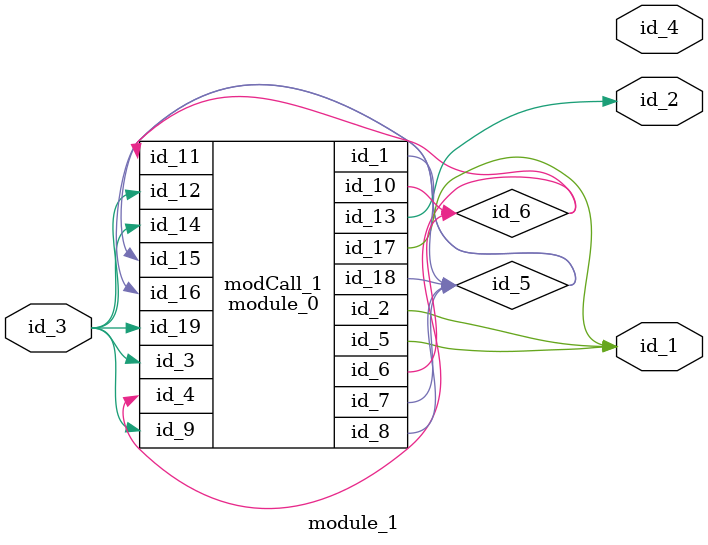
<source format=v>
module module_0 (
    id_1,
    id_2,
    id_3,
    id_4,
    id_5,
    id_6,
    id_7,
    id_8,
    id_9,
    id_10,
    id_11,
    id_12,
    id_13,
    id_14,
    id_15,
    id_16,
    id_17,
    id_18,
    id_19
);
  input wire id_19;
  inout wire id_18;
  output wire id_17;
  input wire id_16;
  input wire id_15;
  input wire id_14;
  output wire id_13;
  input wire id_12;
  input wire id_11;
  inout wire id_10;
  input wire id_9;
  inout wire id_8;
  inout wire id_7;
  inout wire id_6;
  output wire id_5;
  input wire id_4;
  input wire id_3;
  output wire id_2;
  inout wire id_1;
  wire id_20;
endmodule
module module_1 (
    id_1,
    id_2,
    id_3,
    id_4
);
  output wire id_4;
  input wire id_3;
  output wire id_2;
  output wire id_1;
  specify
    (posedge id_5 => (id_6  : 1'b0 && -1)) = (id_6  : id_6  : $realtime, id_5  : 1  : id_5);
  endspecify
  module_0 modCall_1 (
      id_5,
      id_1,
      id_3,
      id_6,
      id_1,
      id_6,
      id_5,
      id_5,
      id_3,
      id_6,
      id_6,
      id_3,
      id_2,
      id_3,
      id_5,
      id_5,
      id_1,
      id_5,
      id_3
  );
endmodule

</source>
